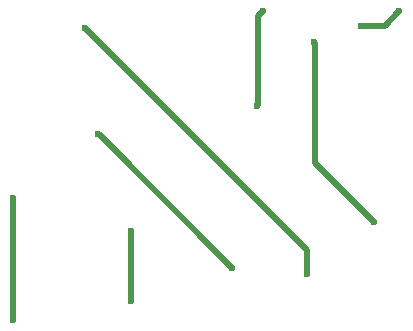
<source format=gbr>
%TF.GenerationSoftware,KiCad,Pcbnew,8.0.4*%
%TF.CreationDate,2024-08-25T02:49:15-07:00*%
%TF.ProjectId,SMDemfExplorerLEDvariationSingleCell,534d4465-6d66-4457-9870-6c6f7265724c,rev?*%
%TF.SameCoordinates,Original*%
%TF.FileFunction,Copper,L2,Bot*%
%TF.FilePolarity,Positive*%
%FSLAX46Y46*%
G04 Gerber Fmt 4.6, Leading zero omitted, Abs format (unit mm)*
G04 Created by KiCad (PCBNEW 8.0.4) date 2024-08-25 02:49:15*
%MOMM*%
%LPD*%
G01*
G04 APERTURE LIST*
%TA.AperFunction,ViaPad*%
%ADD10C,0.600000*%
%TD*%
%TA.AperFunction,Conductor*%
%ADD11C,0.500000*%
%TD*%
G04 APERTURE END LIST*
D10*
%TO.N,-1V5*%
X157603185Y-70211275D03*
X168928185Y-81511278D03*
%TO.N,Net-(U3A-+)*%
X171053184Y-67836277D03*
X160353186Y-84311281D03*
X160378187Y-78361279D03*
X171528189Y-59786277D03*
%TO.N,+1V5*%
X150403185Y-75586278D03*
X150403188Y-85886276D03*
%TO.N,GND*%
X175853188Y-62386276D03*
X180953188Y-77661275D03*
%TO.N,Net-(U2A--)*%
X175278183Y-81986279D03*
X156453186Y-61186276D03*
%TO.N,Net-(U3B-+)*%
X179853187Y-61011278D03*
X183090686Y-59798773D03*
%TD*%
D11*
%TO.N,-1V5*%
X168928185Y-81511278D02*
X157628184Y-70211277D01*
X157628184Y-70211277D02*
X157603185Y-70211275D01*
%TO.N,Net-(U3A-+)*%
X160378187Y-78361279D02*
X160378188Y-84286279D01*
X171128188Y-67761272D02*
X171053184Y-67836277D01*
X171528189Y-59786277D02*
X171128188Y-60186277D01*
X171128188Y-60186277D02*
X171128188Y-67761272D01*
X160378188Y-84286279D02*
X160353186Y-84311281D01*
%TO.N,+1V5*%
X150403188Y-85886276D02*
X150403185Y-75586278D01*
%TO.N,GND*%
X175953185Y-72661276D02*
X180953188Y-77661275D01*
X175853188Y-62386276D02*
X175953187Y-62486275D01*
X175953187Y-62486275D02*
X175953185Y-72661276D01*
%TO.N,Net-(U2A--)*%
X175278188Y-80011276D02*
X175278183Y-81986279D01*
X156453186Y-61186276D02*
X175278188Y-80011276D01*
%TO.N,Net-(U3B-+)*%
X181878187Y-61011275D02*
X183090686Y-59798773D01*
X179853187Y-61011278D02*
X181878187Y-61011275D01*
%TD*%
M02*

</source>
